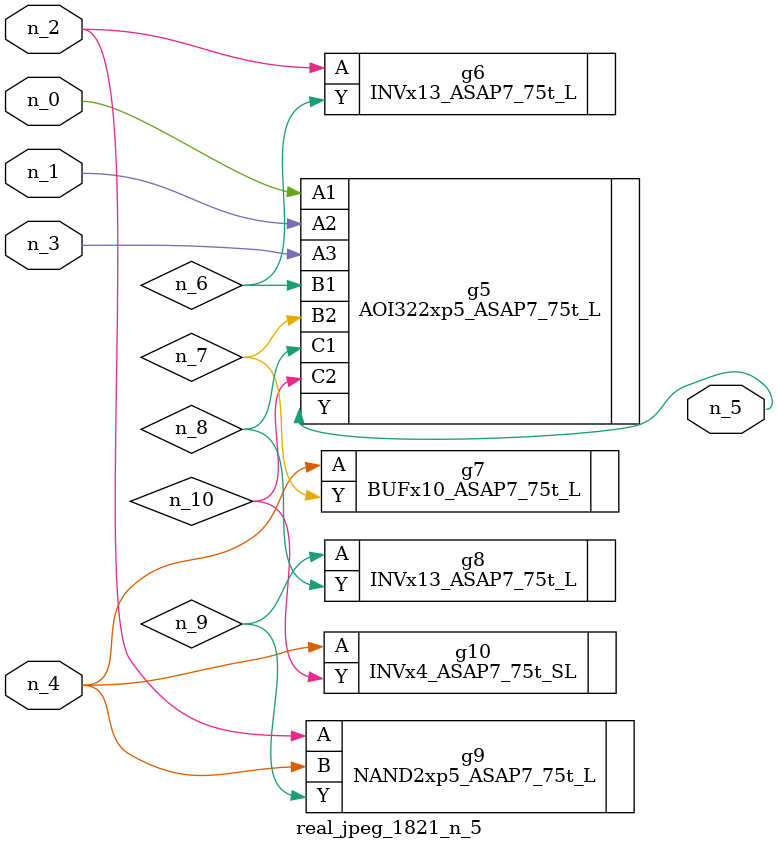
<source format=v>
module real_jpeg_1821_n_5 (n_4, n_0, n_1, n_2, n_3, n_5);

input n_4;
input n_0;
input n_1;
input n_2;
input n_3;

output n_5;

wire n_8;
wire n_6;
wire n_7;
wire n_10;
wire n_9;

AOI322xp5_ASAP7_75t_L g5 ( 
.A1(n_0),
.A2(n_1),
.A3(n_3),
.B1(n_6),
.B2(n_7),
.C1(n_8),
.C2(n_10),
.Y(n_5)
);

INVx13_ASAP7_75t_L g6 ( 
.A(n_2),
.Y(n_6)
);

NAND2xp5_ASAP7_75t_L g9 ( 
.A(n_2),
.B(n_4),
.Y(n_9)
);

BUFx10_ASAP7_75t_L g7 ( 
.A(n_4),
.Y(n_7)
);

INVx4_ASAP7_75t_SL g10 ( 
.A(n_4),
.Y(n_10)
);

INVx13_ASAP7_75t_L g8 ( 
.A(n_9),
.Y(n_8)
);


endmodule
</source>
